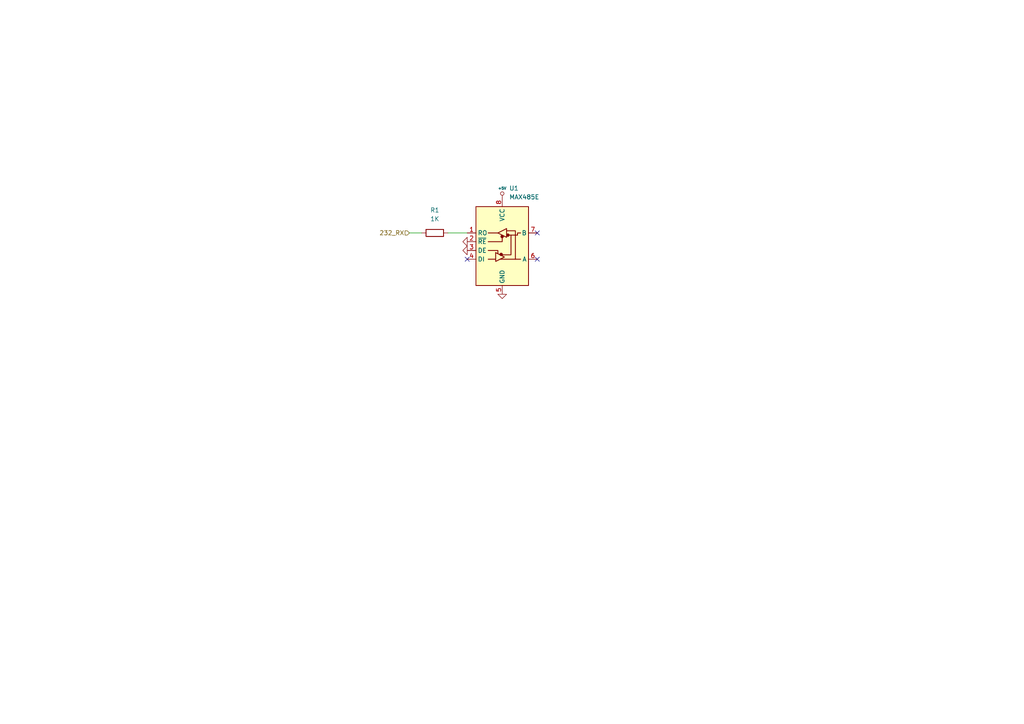
<source format=kicad_sch>
(kicad_sch (version 20211123) (generator eeschema)
  (paper "A4")
  (title_block (title "Datalogger para SCTV") (date "2023-10-20") (rev "1.0") (company "Servicio Meteorológico Nacional - FIUBA - UBA") (comment 1 "poner repo") (comment 2 "Autores y Licencia del poncho: Cristian Aranda (FIUBA), ver archivo licence.txt") (comment 3 "Autor del poncho: Cristian Zozimo Aranda Cordero.  Ver directorio \"doc\"") (comment 4 "CÓDIGO PONCHO: DT1"))
  (lib_symbols
    (symbol "Device:R" (pin_numbers hide) (pin_names (offset 0))
      (property "Reference" "R" (at 2.032 0 90))
      (property "Value" "R" (at 0 0 90))
      (symbol "R_0_1"
        (rectangle (start -1.016 -2.54) (end 1.016 2.54) (stroke (width 0.254)))
      )
      (symbol "R_1_1"
        (pin passive line (at 0 3.81 270) (length 1.27) (name "~") (number "1"))
        (pin passive line (at 0 -3.81 90) (length 1.27) (name "~") (number "2"))
      )
    )
    (symbol "Interface_UART:MAX485E"
      (property "Reference" "U" (at -6.096 11.43 0))
      (property "Value" "MAX485E" (at 0.762 11.43 0))
      (symbol "MAX485E_0_1"
        (rectangle (start -7.62 10.16) (end 7.62 -12.7) (stroke (width 0.254)) (fill (type background)))
        (circle (center -0.3048 -3.683) (radius 0.3556) (stroke (width 0.254)) (fill (type outline)))
        (circle (center -0.0254 1.4986) (radius 0.3556) (stroke (width 0.254)) (fill (type outline)))
        (polyline (pts (xy -4.064 -5.08) (xy -1.905 -5.08)) (stroke (width 0.254)))
        (polyline (pts (xy -4.064 2.54) (xy -1.27 2.54)) (stroke (width 0.254)))
        (polyline (pts (xy -1.27 -3.2004) (xy -1.27 -3.4544)) (stroke (width 0.254)))
        (polyline (pts (xy -0.635 -5.08) (xy 5.334 -5.08)) (stroke (width 0.254)))
        (polyline (pts (xy -4.064 -2.54) (xy -1.27 -2.54) (xy -1.27 -3.175)) (stroke (width 0.254)))
        (polyline (pts (xy 0 1.27) (xy 0 0) (xy -4.064 0)) (stroke (width 0.254)))
        (polyline (pts (xy 1.27 3.175) (xy 3.81 3.175) (xy 3.81 -5.08)) (stroke (width 0.254)))
        (polyline (pts (xy 2.54 1.905) (xy 2.54 -3.81) (xy 0 -3.81)) (stroke (width 0.254)))
        (polyline (pts (xy -1.905 -3.175) (xy -1.905 -5.715) (xy 0.635 -4.445) (xy -1.905 -3.175)) (stroke (width 0.254)))
        (polyline (pts (xy -1.27 2.54) (xy 1.27 3.81) (xy 1.27 1.27) (xy -1.27 2.54)) (stroke (width 0.254)))
        (polyline (pts (xy 1.905 1.905) (xy 4.445 1.905) (xy 4.445 2.54) (xy 5.334 2.54)) (stroke (width 0.254)))
        (rectangle (start 1.27 3.175) (end 1.27 3.175))
        (circle (center 1.651 1.905) (radius 0.3556) (stroke (width 0.254)) (fill (type outline)))
      )
      (symbol "MAX485E_1_1"
        (pin output line (at -10.16 2.54 0) (length 2.54) (name "RO") (number "1"))
        (pin input line (at -10.16 0 0) (length 2.54) (name "~{RE}") (number "2"))
        (pin input line (at -10.16 -2.54 0) (length 2.54) (name "DE") (number "3"))
        (pin input line (at -10.16 -5.08 0) (length 2.54) (name "DI") (number "4"))
        (pin power_in line (at 0 -15.24 90) (length 2.54) (name "GND") (number "5"))
        (pin bidirectional line (at 10.16 -5.08 180) (length 2.54) (name "A") (number "6"))
        (pin bidirectional line (at 10.16 2.54 180) (length 2.54) (name "B") (number "7"))
        (pin power_in line (at 0 12.7 270) (length 2.54) (name "VCC") (number "8"))
      )
    )
    (symbol "Misc_Poncho_Grande:+5V" (power) (pin_names (offset 1.016))
      (property "Value" "+5V" (at 0 2.286 0))
      (symbol "+5V_0_0"
        (pin power_in line (at 0 0 90) (length 0) hide (name "+5V") (number "1"))
      )
      (symbol "+5V_0_1"
        (polyline (pts (xy 0 0) (xy 0 0.762) (xy 0 0.762) (xy 0 0.762)))
        (circle (center 0 1.27) (radius 0.508))
      )
    )
    (symbol "Misc_Poncho_Grande:GND" (power) (pin_names (offset 0))
      (symbol "GND_0_1"
        (polyline (pts (xy -1.27 0) (xy 0 -1.27) (xy 1.27 0) (xy -1.27 0)))
      )
      (symbol "GND_1_1"
        (pin power_in line (at 0 0 90) (length 0) hide (name "GND") (number "1"))
      )
    )
  )
  (no_connect (at 155.829 67.564))
  (no_connect (at 155.829 75.184))
  (no_connect (at 135.509 75.184))
  (wire (pts (xy 129.921 67.564) (xy 135.509 67.564)))
  (wire (pts (xy 118.745 67.564) (xy 122.301 67.564)))
  (hierarchical_label "232_RX" (shape input) (at 118.745 67.564 180))
  (symbol (lib_id "Device:R") (at 126.111 67.564 90) (unit 1)
    (property "Reference" "R1" (at 126.111 60.96 90))
    (property "Value" "1K" (at 126.111 63.5 90))
    (property "Footprint" "Resistor_SMD:R_1206_3216Metric" (effects hide))
  )
  (symbol (lib_id "Misc_Poncho_Grande:+5V") (at 145.669 57.404 0) (unit 1)
    (property "Reference" "#PWR0103" (effects hide))
    (property "Value" "+5V" (at 145.669 54.61 0) (effects (font (size 0.762 0.762))))
  )
  (symbol (lib_id "Misc_Poncho_Grande:GND") (at 135.509 70.104 270) (unit 1)
    (property "Reference" "#PWR01" (effects hide))
    (property "Value" "GND" (effects hide))
  )
  (symbol (lib_id "Interface_UART:MAX485E") (at 145.669 70.104 0) (unit 1)
    (property "Reference" "U1" (at 147.6884 54.61 0) (effects (justify left)))
    (property "Value" "MAX485E" (at 147.6884 57.15 0) (effects (justify left)))
    (property "Footprint" "Modulos:Rs485toTTL" (effects hide))
    (property "Datasheet" "https://datasheets.maximintegrated.com/en/ds/MAX1487E-MAX491E.pdf" (effects hide))
  )
  (symbol (lib_id "Misc_Poncho_Grande:GND") (at 145.669 85.344 0) (unit 1)
    (property "Reference" "#PWR012" (effects hide))
    (property "Value" "GND" (effects hide))
  )
  (symbol (lib_id "Misc_Poncho_Grande:GND") (at 135.509 72.644 270) (unit 1)
    (property "Reference" "#PWR010" (effects hide))
    (property "Value" "GND" (effects hide))
  )
)
</source>
